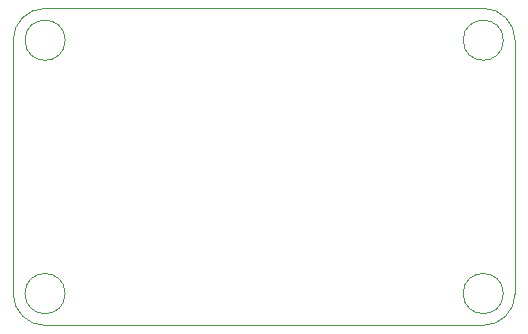
<source format=gbr>
G04 #@! TF.GenerationSoftware,KiCad,Pcbnew,7.0.7-2.fc38*
G04 #@! TF.CreationDate,2023-10-09T12:18:06+01:00*
G04 #@! TF.ProjectId,Button_PCB,42757474-6f6e-45f5-9043-422e6b696361,rev?*
G04 #@! TF.SameCoordinates,Original*
G04 #@! TF.FileFunction,Profile,NP*
%FSLAX46Y46*%
G04 Gerber Fmt 4.6, Leading zero omitted, Abs format (unit mm)*
G04 Created by KiCad (PCBNEW 7.0.7-2.fc38) date 2023-10-09 12:18:06*
%MOMM*%
%LPD*%
G01*
G04 APERTURE LIST*
G04 #@! TA.AperFunction,Profile*
%ADD10C,0.100000*%
G04 #@! TD*
G04 APERTURE END LIST*
D10*
X129000000Y-66250000D02*
X147550000Y-66250000D01*
X107750000Y-90400000D02*
X107750000Y-68950000D01*
X107750000Y-90400000D02*
G75*
G03*
X110450000Y-93100000I2700000J0D01*
G01*
X150250000Y-68950000D02*
X150250000Y-90400000D01*
X110450000Y-66250000D02*
X129000000Y-66250000D01*
X110450000Y-66250000D02*
G75*
G03*
X107750000Y-68950000I0J-2700000D01*
G01*
X147550000Y-93100000D02*
G75*
G03*
X150250000Y-90400000I0J2700000D01*
G01*
X112150000Y-68950000D02*
G75*
G03*
X112150000Y-68950000I-1700000J0D01*
G01*
X112150000Y-90400000D02*
G75*
G03*
X112150000Y-90400000I-1700000J0D01*
G01*
X147550000Y-93100000D02*
X110450000Y-93100000D01*
X150250000Y-68950000D02*
G75*
G03*
X147550000Y-66250000I-2700000J0D01*
G01*
X149250000Y-68950000D02*
G75*
G03*
X149250000Y-68950000I-1700000J0D01*
G01*
X149250000Y-90400000D02*
G75*
G03*
X149250000Y-90400000I-1700000J0D01*
G01*
M02*

</source>
